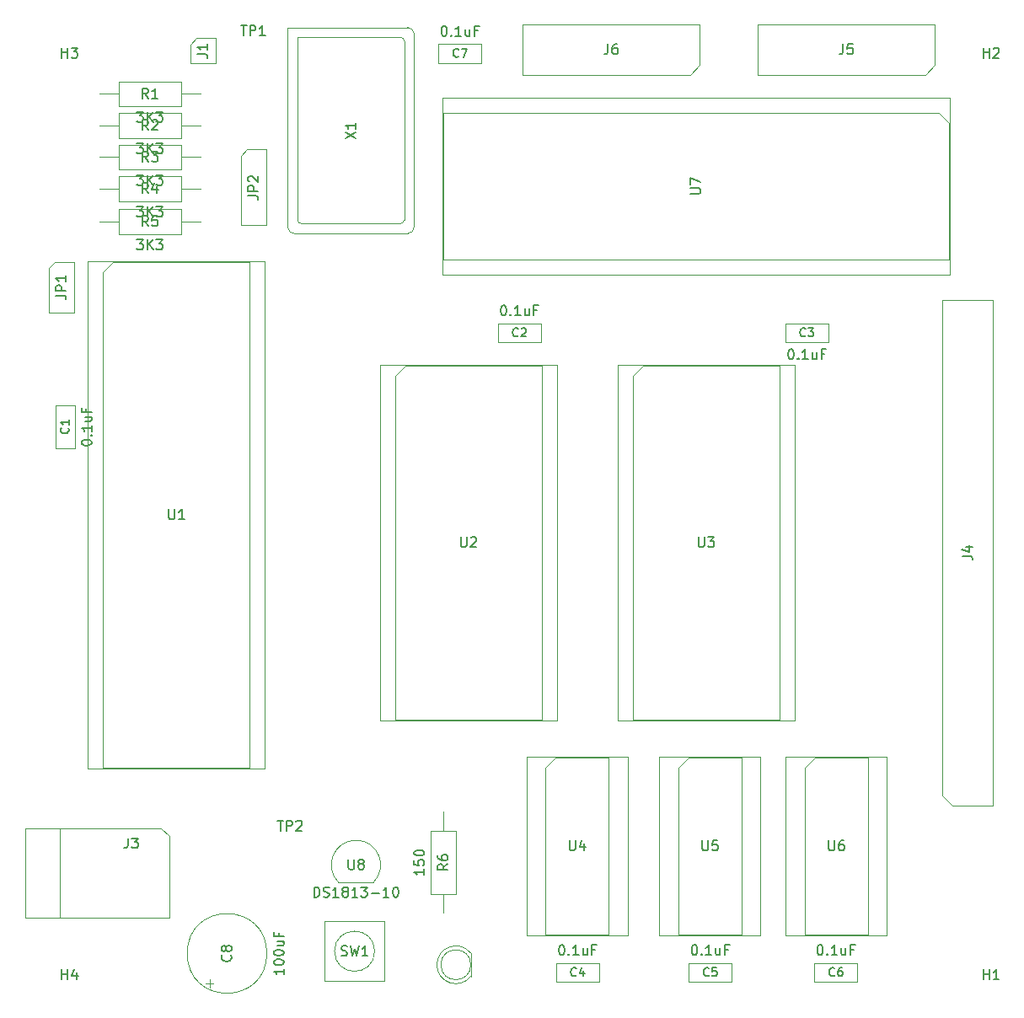
<source format=gbr>
G04 #@! TF.GenerationSoftware,KiCad,Pcbnew,(5.1.9-0-10_14)*
G04 #@! TF.CreationDate,2022-10-07T18:33:01-05:00*
G04 #@! TF.ProjectId,My6502,4d793635-3032-42e6-9b69-6361645f7063,rev?*
G04 #@! TF.SameCoordinates,Original*
G04 #@! TF.FileFunction,Other,Fab,Top*
%FSLAX46Y46*%
G04 Gerber Fmt 4.6, Leading zero omitted, Abs format (unit mm)*
G04 Created by KiCad (PCBNEW (5.1.9-0-10_14)) date 2022-10-07 18:33:01*
%MOMM*%
%LPD*%
G01*
G04 APERTURE LIST*
%ADD10C,0.100000*%
%ADD11C,0.150000*%
%ADD12C,0.129000*%
G04 APERTURE END LIST*
D10*
X65631064Y-143927000D02*
G75*
G03*
X65631064Y-143927000I-2015564J0D01*
G01*
X66615500Y-146927000D02*
X63615500Y-146927000D01*
X66615500Y-140927000D02*
X66615500Y-146927000D01*
X60615500Y-140927000D02*
X66615500Y-140927000D01*
X60615500Y-146927000D02*
X60615500Y-140927000D01*
X63615500Y-146927000D02*
X60615500Y-146927000D01*
X56896000Y-51118000D02*
X68946000Y-51118000D01*
X69596000Y-51768000D02*
X69596000Y-71168000D01*
X68946000Y-71818000D02*
X57546000Y-71818000D01*
X56896000Y-51118000D02*
X56896000Y-71168000D01*
X57896000Y-52118000D02*
X57896000Y-70468000D01*
X57896000Y-52118000D02*
X68246000Y-52118000D01*
X68596000Y-52468000D02*
X68596000Y-70468000D01*
X58246000Y-70818000D02*
X68246000Y-70818000D01*
X69596000Y-51768000D02*
G75*
G03*
X68946000Y-51118000I-650000J0D01*
G01*
X68946000Y-71818000D02*
G75*
G03*
X69596000Y-71168000I0J650000D01*
G01*
X56896000Y-71168000D02*
G75*
G03*
X57546000Y-71818000I650000J0D01*
G01*
X68596000Y-52468000D02*
G75*
G03*
X68246000Y-52118000I-350000J0D01*
G01*
X68246000Y-70818000D02*
G75*
G03*
X68596000Y-70468000I0J350000D01*
G01*
X57896000Y-70468000D02*
G75*
G03*
X58246000Y-70818000I350000J0D01*
G01*
X123377000Y-75946000D02*
X123377000Y-58166000D01*
X72457000Y-75946000D02*
X123377000Y-75946000D01*
X72457000Y-58166000D02*
X72457000Y-75946000D01*
X123377000Y-58166000D02*
X72457000Y-58166000D01*
X122317000Y-59691000D02*
X123317000Y-60691000D01*
X72517000Y-59691000D02*
X122317000Y-59691000D01*
X72517000Y-74421000D02*
X72517000Y-59691000D01*
X123317000Y-74421000D02*
X72517000Y-74421000D01*
X123317000Y-60691000D02*
X123317000Y-74421000D01*
X117094000Y-124400000D02*
X106934000Y-124400000D01*
X117094000Y-142300000D02*
X117094000Y-124400000D01*
X106934000Y-142300000D02*
X117094000Y-142300000D01*
X106934000Y-124400000D02*
X106934000Y-142300000D01*
X108839000Y-125460000D02*
X109839000Y-124460000D01*
X108839000Y-142240000D02*
X108839000Y-125460000D01*
X115189000Y-142240000D02*
X108839000Y-142240000D01*
X115189000Y-124460000D02*
X115189000Y-142240000D01*
X109839000Y-124460000D02*
X115189000Y-124460000D01*
X61984000Y-137005000D02*
X65484000Y-137005000D01*
X62000375Y-137008625D02*
G75*
G02*
X63754000Y-132775000I1753625J1753625D01*
G01*
X65507625Y-137008625D02*
G75*
G03*
X63754000Y-132775000I-1753625J1753625D01*
G01*
X104394000Y-124400000D02*
X94234000Y-124400000D01*
X104394000Y-142300000D02*
X104394000Y-124400000D01*
X94234000Y-142300000D02*
X104394000Y-142300000D01*
X94234000Y-124400000D02*
X94234000Y-142300000D01*
X96139000Y-125460000D02*
X97139000Y-124460000D01*
X96139000Y-142240000D02*
X96139000Y-125460000D01*
X102489000Y-142240000D02*
X96139000Y-142240000D01*
X102489000Y-124460000D02*
X102489000Y-142240000D01*
X97139000Y-124460000D02*
X102489000Y-124460000D01*
X91059000Y-124400000D02*
X80899000Y-124400000D01*
X91059000Y-142300000D02*
X91059000Y-124400000D01*
X80899000Y-142300000D02*
X91059000Y-142300000D01*
X80899000Y-124400000D02*
X80899000Y-142300000D01*
X82804000Y-125460000D02*
X83804000Y-124460000D01*
X82804000Y-142240000D02*
X82804000Y-125460000D01*
X89154000Y-142240000D02*
X82804000Y-142240000D01*
X89154000Y-124460000D02*
X89154000Y-142240000D01*
X83804000Y-124460000D02*
X89154000Y-124460000D01*
X107823000Y-85030000D02*
X90043000Y-85030000D01*
X107823000Y-120710000D02*
X107823000Y-85030000D01*
X90043000Y-120710000D02*
X107823000Y-120710000D01*
X90043000Y-85030000D02*
X90043000Y-120710000D01*
X91568000Y-86090000D02*
X92568000Y-85090000D01*
X91568000Y-120650000D02*
X91568000Y-86090000D01*
X106298000Y-120650000D02*
X91568000Y-120650000D01*
X106298000Y-85090000D02*
X106298000Y-120650000D01*
X92568000Y-85090000D02*
X106298000Y-85090000D01*
X54610000Y-74616000D02*
X36830000Y-74616000D01*
X54610000Y-125536000D02*
X54610000Y-74616000D01*
X36830000Y-125536000D02*
X54610000Y-125536000D01*
X36830000Y-74616000D02*
X36830000Y-125536000D01*
X38355000Y-75676000D02*
X39355000Y-74676000D01*
X38355000Y-125476000D02*
X38355000Y-75676000D01*
X53085000Y-125476000D02*
X38355000Y-125476000D01*
X53085000Y-74676000D02*
X53085000Y-125476000D01*
X39355000Y-74676000D02*
X53085000Y-74676000D01*
X83947000Y-85030000D02*
X66167000Y-85030000D01*
X83947000Y-120710000D02*
X83947000Y-85030000D01*
X66167000Y-120710000D02*
X83947000Y-120710000D01*
X66167000Y-85030000D02*
X66167000Y-120710000D01*
X67692000Y-86090000D02*
X68692000Y-85090000D01*
X67692000Y-120650000D02*
X67692000Y-86090000D01*
X82422000Y-120650000D02*
X67692000Y-120650000D01*
X82422000Y-85090000D02*
X82422000Y-120650000D01*
X68692000Y-85090000D02*
X82422000Y-85090000D01*
X72517000Y-140081000D02*
X72517000Y-138151000D01*
X72517000Y-129921000D02*
X72517000Y-131851000D01*
X73767000Y-138151000D02*
X73767000Y-131851000D01*
X71267000Y-138151000D02*
X73767000Y-138151000D01*
X71267000Y-131851000D02*
X71267000Y-138151000D01*
X73767000Y-131851000D02*
X71267000Y-131851000D01*
X48133000Y-70612000D02*
X46203000Y-70612000D01*
X37973000Y-70612000D02*
X39903000Y-70612000D01*
X46203000Y-69362000D02*
X39903000Y-69362000D01*
X46203000Y-71862000D02*
X46203000Y-69362000D01*
X39903000Y-71862000D02*
X46203000Y-71862000D01*
X39903000Y-69362000D02*
X39903000Y-71862000D01*
X48133000Y-67310000D02*
X46203000Y-67310000D01*
X37973000Y-67310000D02*
X39903000Y-67310000D01*
X46203000Y-66060000D02*
X39903000Y-66060000D01*
X46203000Y-68560000D02*
X46203000Y-66060000D01*
X39903000Y-68560000D02*
X46203000Y-68560000D01*
X39903000Y-66060000D02*
X39903000Y-68560000D01*
X48133000Y-64135000D02*
X46203000Y-64135000D01*
X37973000Y-64135000D02*
X39903000Y-64135000D01*
X46203000Y-62885000D02*
X39903000Y-62885000D01*
X46203000Y-65385000D02*
X46203000Y-62885000D01*
X39903000Y-65385000D02*
X46203000Y-65385000D01*
X39903000Y-62885000D02*
X39903000Y-65385000D01*
X48133000Y-60960000D02*
X46203000Y-60960000D01*
X37973000Y-60960000D02*
X39903000Y-60960000D01*
X46203000Y-59710000D02*
X39903000Y-59710000D01*
X46203000Y-62210000D02*
X46203000Y-59710000D01*
X39903000Y-62210000D02*
X46203000Y-62210000D01*
X39903000Y-59710000D02*
X39903000Y-62210000D01*
X48133000Y-57785000D02*
X46203000Y-57785000D01*
X37973000Y-57785000D02*
X39903000Y-57785000D01*
X46203000Y-56535000D02*
X39903000Y-56535000D01*
X46203000Y-59035000D02*
X46203000Y-56535000D01*
X39903000Y-59035000D02*
X46203000Y-59035000D01*
X39903000Y-56535000D02*
X39903000Y-59035000D01*
X32893000Y-75311000D02*
X33528000Y-74676000D01*
X32893000Y-79756000D02*
X32893000Y-75311000D01*
X35433000Y-79756000D02*
X32893000Y-79756000D01*
X35433000Y-74676000D02*
X35433000Y-79756000D01*
X33528000Y-74676000D02*
X35433000Y-74676000D01*
X80518000Y-50800000D02*
X98298000Y-50800000D01*
X80518000Y-55880000D02*
X80518000Y-50800000D01*
X97298000Y-55880000D02*
X80518000Y-55880000D01*
X98298000Y-54880000D02*
X97298000Y-55880000D01*
X98298000Y-50800000D02*
X98298000Y-54880000D01*
X104140000Y-50800000D02*
X121920000Y-50800000D01*
X104140000Y-55880000D02*
X104140000Y-50800000D01*
X120920000Y-55880000D02*
X104140000Y-55880000D01*
X121920000Y-54880000D02*
X120920000Y-55880000D01*
X121920000Y-50800000D02*
X121920000Y-54880000D01*
X127762000Y-78486000D02*
X127762000Y-129286000D01*
X122682000Y-78486000D02*
X127762000Y-78486000D01*
X122682000Y-128286000D02*
X122682000Y-78486000D01*
X123682000Y-129286000D02*
X122682000Y-128286000D01*
X127762000Y-129286000D02*
X123682000Y-129286000D01*
X44195000Y-131565000D02*
X30495000Y-131565000D01*
X44995000Y-140565000D02*
X44995000Y-132315000D01*
X30495000Y-140565000D02*
X44995000Y-140565000D01*
X30495000Y-131565000D02*
X30495000Y-140565000D01*
X33995000Y-131565000D02*
X33995000Y-140565000D01*
X44191787Y-131559575D02*
X44995000Y-132315000D01*
X52197000Y-64008000D02*
X52832000Y-63373000D01*
X52197000Y-70993000D02*
X52197000Y-64008000D01*
X54737000Y-70993000D02*
X52197000Y-70993000D01*
X54737000Y-63373000D02*
X54737000Y-70993000D01*
X52832000Y-63373000D02*
X54737000Y-63373000D01*
X47117000Y-52832000D02*
X47752000Y-52197000D01*
X47117000Y-54737000D02*
X47117000Y-52832000D01*
X49657000Y-54737000D02*
X47117000Y-54737000D01*
X49657000Y-52197000D02*
X49657000Y-54737000D01*
X47752000Y-52197000D02*
X49657000Y-52197000D01*
X75287000Y-146454190D02*
X75287000Y-144121810D01*
X75287000Y-145288000D02*
G75*
G03*
X75287000Y-145288000I-1500000J0D01*
G01*
X75287555Y-144122524D02*
G75*
G03*
X75287000Y-146454190I-1500555J-1165476D01*
G01*
X72058000Y-54671000D02*
X76358000Y-54671000D01*
X72058000Y-52771000D02*
X72058000Y-54671000D01*
X76358000Y-52771000D02*
X72058000Y-52771000D01*
X76358000Y-54671000D02*
X76358000Y-52771000D01*
X109824000Y-147000000D02*
X114124000Y-147000000D01*
X109824000Y-145100000D02*
X109824000Y-147000000D01*
X114124000Y-145100000D02*
X109824000Y-145100000D01*
X114124000Y-147000000D02*
X114124000Y-145100000D01*
X78027000Y-82738000D02*
X82327000Y-82738000D01*
X78027000Y-80838000D02*
X78027000Y-82738000D01*
X82327000Y-80838000D02*
X78027000Y-80838000D01*
X82327000Y-82738000D02*
X82327000Y-80838000D01*
X97204000Y-147000000D02*
X101504000Y-147000000D01*
X97204000Y-145100000D02*
X97204000Y-147000000D01*
X101504000Y-145100000D02*
X97204000Y-145100000D01*
X101504000Y-147000000D02*
X101504000Y-145100000D01*
X83869000Y-147000000D02*
X88169000Y-147000000D01*
X83869000Y-145100000D02*
X83869000Y-147000000D01*
X88169000Y-145100000D02*
X83869000Y-145100000D01*
X88169000Y-147000000D02*
X88169000Y-145100000D01*
X111203000Y-80838000D02*
X106903000Y-80838000D01*
X111203000Y-82738000D02*
X111203000Y-80838000D01*
X106903000Y-82738000D02*
X111203000Y-82738000D01*
X106903000Y-80838000D02*
X106903000Y-82738000D01*
X33594000Y-89076000D02*
X33594000Y-93376000D01*
X35494000Y-89076000D02*
X33594000Y-89076000D01*
X35494000Y-93376000D02*
X35494000Y-89076000D01*
X33594000Y-93376000D02*
X35494000Y-93376000D01*
X48652500Y-147176759D02*
X49452500Y-147176759D01*
X49052500Y-147576759D02*
X49052500Y-146776759D01*
X54800000Y-144150000D02*
G75*
G03*
X54800000Y-144150000I-4000000J0D01*
G01*
D11*
X62282166Y-144331761D02*
X62425023Y-144379380D01*
X62663119Y-144379380D01*
X62758357Y-144331761D01*
X62805976Y-144284142D01*
X62853595Y-144188904D01*
X62853595Y-144093666D01*
X62805976Y-143998428D01*
X62758357Y-143950809D01*
X62663119Y-143903190D01*
X62472642Y-143855571D01*
X62377404Y-143807952D01*
X62329785Y-143760333D01*
X62282166Y-143665095D01*
X62282166Y-143569857D01*
X62329785Y-143474619D01*
X62377404Y-143427000D01*
X62472642Y-143379380D01*
X62710738Y-143379380D01*
X62853595Y-143427000D01*
X63186928Y-143379380D02*
X63425023Y-144379380D01*
X63615500Y-143665095D01*
X63805976Y-144379380D01*
X64044071Y-143379380D01*
X64948833Y-144379380D02*
X64377404Y-144379380D01*
X64663119Y-144379380D02*
X64663119Y-143379380D01*
X64567880Y-143522238D01*
X64472642Y-143617476D01*
X64377404Y-143665095D01*
X62698380Y-62277523D02*
X63698380Y-61610857D01*
X62698380Y-61610857D02*
X63698380Y-62277523D01*
X63698380Y-60706095D02*
X63698380Y-61277523D01*
X63698380Y-60991809D02*
X62698380Y-60991809D01*
X62841238Y-61087047D01*
X62936476Y-61182285D01*
X62984095Y-61277523D01*
X97369380Y-67817904D02*
X98178904Y-67817904D01*
X98274142Y-67770285D01*
X98321761Y-67722666D01*
X98369380Y-67627428D01*
X98369380Y-67436952D01*
X98321761Y-67341714D01*
X98274142Y-67294095D01*
X98178904Y-67246476D01*
X97369380Y-67246476D01*
X97369380Y-66865523D02*
X97369380Y-66198857D01*
X98369380Y-66627428D01*
X111252095Y-132802380D02*
X111252095Y-133611904D01*
X111299714Y-133707142D01*
X111347333Y-133754761D01*
X111442571Y-133802380D01*
X111633047Y-133802380D01*
X111728285Y-133754761D01*
X111775904Y-133707142D01*
X111823523Y-133611904D01*
X111823523Y-132802380D01*
X112728285Y-132802380D02*
X112537809Y-132802380D01*
X112442571Y-132850000D01*
X112394952Y-132897619D01*
X112299714Y-133040476D01*
X112252095Y-133230952D01*
X112252095Y-133611904D01*
X112299714Y-133707142D01*
X112347333Y-133754761D01*
X112442571Y-133802380D01*
X112633047Y-133802380D01*
X112728285Y-133754761D01*
X112775904Y-133707142D01*
X112823523Y-133611904D01*
X112823523Y-133373809D01*
X112775904Y-133278571D01*
X112728285Y-133230952D01*
X112633047Y-133183333D01*
X112442571Y-133183333D01*
X112347333Y-133230952D01*
X112299714Y-133278571D01*
X112252095Y-133373809D01*
X59539714Y-138497380D02*
X59539714Y-137497380D01*
X59777809Y-137497380D01*
X59920666Y-137545000D01*
X60015904Y-137640238D01*
X60063523Y-137735476D01*
X60111142Y-137925952D01*
X60111142Y-138068809D01*
X60063523Y-138259285D01*
X60015904Y-138354523D01*
X59920666Y-138449761D01*
X59777809Y-138497380D01*
X59539714Y-138497380D01*
X60492095Y-138449761D02*
X60634952Y-138497380D01*
X60873047Y-138497380D01*
X60968285Y-138449761D01*
X61015904Y-138402142D01*
X61063523Y-138306904D01*
X61063523Y-138211666D01*
X61015904Y-138116428D01*
X60968285Y-138068809D01*
X60873047Y-138021190D01*
X60682571Y-137973571D01*
X60587333Y-137925952D01*
X60539714Y-137878333D01*
X60492095Y-137783095D01*
X60492095Y-137687857D01*
X60539714Y-137592619D01*
X60587333Y-137545000D01*
X60682571Y-137497380D01*
X60920666Y-137497380D01*
X61063523Y-137545000D01*
X62015904Y-138497380D02*
X61444476Y-138497380D01*
X61730190Y-138497380D02*
X61730190Y-137497380D01*
X61634952Y-137640238D01*
X61539714Y-137735476D01*
X61444476Y-137783095D01*
X62587333Y-137925952D02*
X62492095Y-137878333D01*
X62444476Y-137830714D01*
X62396857Y-137735476D01*
X62396857Y-137687857D01*
X62444476Y-137592619D01*
X62492095Y-137545000D01*
X62587333Y-137497380D01*
X62777809Y-137497380D01*
X62873047Y-137545000D01*
X62920666Y-137592619D01*
X62968285Y-137687857D01*
X62968285Y-137735476D01*
X62920666Y-137830714D01*
X62873047Y-137878333D01*
X62777809Y-137925952D01*
X62587333Y-137925952D01*
X62492095Y-137973571D01*
X62444476Y-138021190D01*
X62396857Y-138116428D01*
X62396857Y-138306904D01*
X62444476Y-138402142D01*
X62492095Y-138449761D01*
X62587333Y-138497380D01*
X62777809Y-138497380D01*
X62873047Y-138449761D01*
X62920666Y-138402142D01*
X62968285Y-138306904D01*
X62968285Y-138116428D01*
X62920666Y-138021190D01*
X62873047Y-137973571D01*
X62777809Y-137925952D01*
X63920666Y-138497380D02*
X63349238Y-138497380D01*
X63634952Y-138497380D02*
X63634952Y-137497380D01*
X63539714Y-137640238D01*
X63444476Y-137735476D01*
X63349238Y-137783095D01*
X64254000Y-137497380D02*
X64873047Y-137497380D01*
X64539714Y-137878333D01*
X64682571Y-137878333D01*
X64777809Y-137925952D01*
X64825428Y-137973571D01*
X64873047Y-138068809D01*
X64873047Y-138306904D01*
X64825428Y-138402142D01*
X64777809Y-138449761D01*
X64682571Y-138497380D01*
X64396857Y-138497380D01*
X64301619Y-138449761D01*
X64254000Y-138402142D01*
X65301619Y-138116428D02*
X66063523Y-138116428D01*
X67063523Y-138497380D02*
X66492095Y-138497380D01*
X66777809Y-138497380D02*
X66777809Y-137497380D01*
X66682571Y-137640238D01*
X66587333Y-137735476D01*
X66492095Y-137783095D01*
X67682571Y-137497380D02*
X67777809Y-137497380D01*
X67873047Y-137545000D01*
X67920666Y-137592619D01*
X67968285Y-137687857D01*
X68015904Y-137878333D01*
X68015904Y-138116428D01*
X67968285Y-138306904D01*
X67920666Y-138402142D01*
X67873047Y-138449761D01*
X67777809Y-138497380D01*
X67682571Y-138497380D01*
X67587333Y-138449761D01*
X67539714Y-138402142D01*
X67492095Y-138306904D01*
X67444476Y-138116428D01*
X67444476Y-137878333D01*
X67492095Y-137687857D01*
X67539714Y-137592619D01*
X67587333Y-137545000D01*
X67682571Y-137497380D01*
X62992095Y-134707380D02*
X62992095Y-135516904D01*
X63039714Y-135612142D01*
X63087333Y-135659761D01*
X63182571Y-135707380D01*
X63373047Y-135707380D01*
X63468285Y-135659761D01*
X63515904Y-135612142D01*
X63563523Y-135516904D01*
X63563523Y-134707380D01*
X64182571Y-135135952D02*
X64087333Y-135088333D01*
X64039714Y-135040714D01*
X63992095Y-134945476D01*
X63992095Y-134897857D01*
X64039714Y-134802619D01*
X64087333Y-134755000D01*
X64182571Y-134707380D01*
X64373047Y-134707380D01*
X64468285Y-134755000D01*
X64515904Y-134802619D01*
X64563523Y-134897857D01*
X64563523Y-134945476D01*
X64515904Y-135040714D01*
X64468285Y-135088333D01*
X64373047Y-135135952D01*
X64182571Y-135135952D01*
X64087333Y-135183571D01*
X64039714Y-135231190D01*
X63992095Y-135326428D01*
X63992095Y-135516904D01*
X64039714Y-135612142D01*
X64087333Y-135659761D01*
X64182571Y-135707380D01*
X64373047Y-135707380D01*
X64468285Y-135659761D01*
X64515904Y-135612142D01*
X64563523Y-135516904D01*
X64563523Y-135326428D01*
X64515904Y-135231190D01*
X64468285Y-135183571D01*
X64373047Y-135135952D01*
X98552095Y-132802380D02*
X98552095Y-133611904D01*
X98599714Y-133707142D01*
X98647333Y-133754761D01*
X98742571Y-133802380D01*
X98933047Y-133802380D01*
X99028285Y-133754761D01*
X99075904Y-133707142D01*
X99123523Y-133611904D01*
X99123523Y-132802380D01*
X100075904Y-132802380D02*
X99599714Y-132802380D01*
X99552095Y-133278571D01*
X99599714Y-133230952D01*
X99694952Y-133183333D01*
X99933047Y-133183333D01*
X100028285Y-133230952D01*
X100075904Y-133278571D01*
X100123523Y-133373809D01*
X100123523Y-133611904D01*
X100075904Y-133707142D01*
X100028285Y-133754761D01*
X99933047Y-133802380D01*
X99694952Y-133802380D01*
X99599714Y-133754761D01*
X99552095Y-133707142D01*
X85217095Y-132802380D02*
X85217095Y-133611904D01*
X85264714Y-133707142D01*
X85312333Y-133754761D01*
X85407571Y-133802380D01*
X85598047Y-133802380D01*
X85693285Y-133754761D01*
X85740904Y-133707142D01*
X85788523Y-133611904D01*
X85788523Y-132802380D01*
X86693285Y-133135714D02*
X86693285Y-133802380D01*
X86455190Y-132754761D02*
X86217095Y-133469047D01*
X86836142Y-133469047D01*
X98171095Y-102322380D02*
X98171095Y-103131904D01*
X98218714Y-103227142D01*
X98266333Y-103274761D01*
X98361571Y-103322380D01*
X98552047Y-103322380D01*
X98647285Y-103274761D01*
X98694904Y-103227142D01*
X98742523Y-103131904D01*
X98742523Y-102322380D01*
X99123476Y-102322380D02*
X99742523Y-102322380D01*
X99409190Y-102703333D01*
X99552047Y-102703333D01*
X99647285Y-102750952D01*
X99694904Y-102798571D01*
X99742523Y-102893809D01*
X99742523Y-103131904D01*
X99694904Y-103227142D01*
X99647285Y-103274761D01*
X99552047Y-103322380D01*
X99266333Y-103322380D01*
X99171095Y-103274761D01*
X99123476Y-103227142D01*
X44958095Y-99528380D02*
X44958095Y-100337904D01*
X45005714Y-100433142D01*
X45053333Y-100480761D01*
X45148571Y-100528380D01*
X45339047Y-100528380D01*
X45434285Y-100480761D01*
X45481904Y-100433142D01*
X45529523Y-100337904D01*
X45529523Y-99528380D01*
X46529523Y-100528380D02*
X45958095Y-100528380D01*
X46243809Y-100528380D02*
X46243809Y-99528380D01*
X46148571Y-99671238D01*
X46053333Y-99766476D01*
X45958095Y-99814095D01*
X74295095Y-102322380D02*
X74295095Y-103131904D01*
X74342714Y-103227142D01*
X74390333Y-103274761D01*
X74485571Y-103322380D01*
X74676047Y-103322380D01*
X74771285Y-103274761D01*
X74818904Y-103227142D01*
X74866523Y-103131904D01*
X74866523Y-102322380D01*
X75295095Y-102417619D02*
X75342714Y-102370000D01*
X75437952Y-102322380D01*
X75676047Y-102322380D01*
X75771285Y-102370000D01*
X75818904Y-102417619D01*
X75866523Y-102512857D01*
X75866523Y-102608095D01*
X75818904Y-102750952D01*
X75247476Y-103322380D01*
X75866523Y-103322380D01*
X55888095Y-130802380D02*
X56459523Y-130802380D01*
X56173809Y-131802380D02*
X56173809Y-130802380D01*
X56792857Y-131802380D02*
X56792857Y-130802380D01*
X57173809Y-130802380D01*
X57269047Y-130850000D01*
X57316666Y-130897619D01*
X57364285Y-130992857D01*
X57364285Y-131135714D01*
X57316666Y-131230952D01*
X57269047Y-131278571D01*
X57173809Y-131326190D01*
X56792857Y-131326190D01*
X57745238Y-130897619D02*
X57792857Y-130850000D01*
X57888095Y-130802380D01*
X58126190Y-130802380D01*
X58221428Y-130850000D01*
X58269047Y-130897619D01*
X58316666Y-130992857D01*
X58316666Y-131088095D01*
X58269047Y-131230952D01*
X57697619Y-131802380D01*
X58316666Y-131802380D01*
X52205095Y-50919380D02*
X52776523Y-50919380D01*
X52490809Y-51919380D02*
X52490809Y-50919380D01*
X53109857Y-51919380D02*
X53109857Y-50919380D01*
X53490809Y-50919380D01*
X53586047Y-50967000D01*
X53633666Y-51014619D01*
X53681285Y-51109857D01*
X53681285Y-51252714D01*
X53633666Y-51347952D01*
X53586047Y-51395571D01*
X53490809Y-51443190D01*
X53109857Y-51443190D01*
X54633666Y-51919380D02*
X54062238Y-51919380D01*
X54347952Y-51919380D02*
X54347952Y-50919380D01*
X54252714Y-51062238D01*
X54157476Y-51157476D01*
X54062238Y-51205095D01*
X70599380Y-135667666D02*
X70599380Y-136239095D01*
X70599380Y-135953380D02*
X69599380Y-135953380D01*
X69742238Y-136048619D01*
X69837476Y-136143857D01*
X69885095Y-136239095D01*
X69599380Y-134762904D02*
X69599380Y-135239095D01*
X70075571Y-135286714D01*
X70027952Y-135239095D01*
X69980333Y-135143857D01*
X69980333Y-134905761D01*
X70027952Y-134810523D01*
X70075571Y-134762904D01*
X70170809Y-134715285D01*
X70408904Y-134715285D01*
X70504142Y-134762904D01*
X70551761Y-134810523D01*
X70599380Y-134905761D01*
X70599380Y-135143857D01*
X70551761Y-135239095D01*
X70504142Y-135286714D01*
X69599380Y-134096238D02*
X69599380Y-134001000D01*
X69647000Y-133905761D01*
X69694619Y-133858142D01*
X69789857Y-133810523D01*
X69980333Y-133762904D01*
X70218428Y-133762904D01*
X70408904Y-133810523D01*
X70504142Y-133858142D01*
X70551761Y-133905761D01*
X70599380Y-134001000D01*
X70599380Y-134096238D01*
X70551761Y-134191476D01*
X70504142Y-134239095D01*
X70408904Y-134286714D01*
X70218428Y-134334333D01*
X69980333Y-134334333D01*
X69789857Y-134286714D01*
X69694619Y-134239095D01*
X69647000Y-134191476D01*
X69599380Y-134096238D01*
X72969380Y-135167666D02*
X72493190Y-135501000D01*
X72969380Y-135739095D02*
X71969380Y-135739095D01*
X71969380Y-135358142D01*
X72017000Y-135262904D01*
X72064619Y-135215285D01*
X72159857Y-135167666D01*
X72302714Y-135167666D01*
X72397952Y-135215285D01*
X72445571Y-135262904D01*
X72493190Y-135358142D01*
X72493190Y-135739095D01*
X71969380Y-134310523D02*
X71969380Y-134501000D01*
X72017000Y-134596238D01*
X72064619Y-134643857D01*
X72207476Y-134739095D01*
X72397952Y-134786714D01*
X72778904Y-134786714D01*
X72874142Y-134739095D01*
X72921761Y-134691476D01*
X72969380Y-134596238D01*
X72969380Y-134405761D01*
X72921761Y-134310523D01*
X72874142Y-134262904D01*
X72778904Y-134215285D01*
X72540809Y-134215285D01*
X72445571Y-134262904D01*
X72397952Y-134310523D01*
X72350333Y-134405761D01*
X72350333Y-134596238D01*
X72397952Y-134691476D01*
X72445571Y-134739095D01*
X72540809Y-134786714D01*
X41743476Y-72434380D02*
X42362523Y-72434380D01*
X42029190Y-72815333D01*
X42172047Y-72815333D01*
X42267285Y-72862952D01*
X42314904Y-72910571D01*
X42362523Y-73005809D01*
X42362523Y-73243904D01*
X42314904Y-73339142D01*
X42267285Y-73386761D01*
X42172047Y-73434380D01*
X41886333Y-73434380D01*
X41791095Y-73386761D01*
X41743476Y-73339142D01*
X42791095Y-73434380D02*
X42791095Y-72434380D01*
X43362523Y-73434380D02*
X42933952Y-72862952D01*
X43362523Y-72434380D02*
X42791095Y-73005809D01*
X43695857Y-72434380D02*
X44314904Y-72434380D01*
X43981571Y-72815333D01*
X44124428Y-72815333D01*
X44219666Y-72862952D01*
X44267285Y-72910571D01*
X44314904Y-73005809D01*
X44314904Y-73243904D01*
X44267285Y-73339142D01*
X44219666Y-73386761D01*
X44124428Y-73434380D01*
X43838714Y-73434380D01*
X43743476Y-73386761D01*
X43695857Y-73339142D01*
X42886333Y-71064380D02*
X42553000Y-70588190D01*
X42314904Y-71064380D02*
X42314904Y-70064380D01*
X42695857Y-70064380D01*
X42791095Y-70112000D01*
X42838714Y-70159619D01*
X42886333Y-70254857D01*
X42886333Y-70397714D01*
X42838714Y-70492952D01*
X42791095Y-70540571D01*
X42695857Y-70588190D01*
X42314904Y-70588190D01*
X43791095Y-70064380D02*
X43314904Y-70064380D01*
X43267285Y-70540571D01*
X43314904Y-70492952D01*
X43410142Y-70445333D01*
X43648238Y-70445333D01*
X43743476Y-70492952D01*
X43791095Y-70540571D01*
X43838714Y-70635809D01*
X43838714Y-70873904D01*
X43791095Y-70969142D01*
X43743476Y-71016761D01*
X43648238Y-71064380D01*
X43410142Y-71064380D01*
X43314904Y-71016761D01*
X43267285Y-70969142D01*
X41743476Y-69132380D02*
X42362523Y-69132380D01*
X42029190Y-69513333D01*
X42172047Y-69513333D01*
X42267285Y-69560952D01*
X42314904Y-69608571D01*
X42362523Y-69703809D01*
X42362523Y-69941904D01*
X42314904Y-70037142D01*
X42267285Y-70084761D01*
X42172047Y-70132380D01*
X41886333Y-70132380D01*
X41791095Y-70084761D01*
X41743476Y-70037142D01*
X42791095Y-70132380D02*
X42791095Y-69132380D01*
X43362523Y-70132380D02*
X42933952Y-69560952D01*
X43362523Y-69132380D02*
X42791095Y-69703809D01*
X43695857Y-69132380D02*
X44314904Y-69132380D01*
X43981571Y-69513333D01*
X44124428Y-69513333D01*
X44219666Y-69560952D01*
X44267285Y-69608571D01*
X44314904Y-69703809D01*
X44314904Y-69941904D01*
X44267285Y-70037142D01*
X44219666Y-70084761D01*
X44124428Y-70132380D01*
X43838714Y-70132380D01*
X43743476Y-70084761D01*
X43695857Y-70037142D01*
X42886333Y-67762380D02*
X42553000Y-67286190D01*
X42314904Y-67762380D02*
X42314904Y-66762380D01*
X42695857Y-66762380D01*
X42791095Y-66810000D01*
X42838714Y-66857619D01*
X42886333Y-66952857D01*
X42886333Y-67095714D01*
X42838714Y-67190952D01*
X42791095Y-67238571D01*
X42695857Y-67286190D01*
X42314904Y-67286190D01*
X43743476Y-67095714D02*
X43743476Y-67762380D01*
X43505380Y-66714761D02*
X43267285Y-67429047D01*
X43886333Y-67429047D01*
X41743476Y-65957380D02*
X42362523Y-65957380D01*
X42029190Y-66338333D01*
X42172047Y-66338333D01*
X42267285Y-66385952D01*
X42314904Y-66433571D01*
X42362523Y-66528809D01*
X42362523Y-66766904D01*
X42314904Y-66862142D01*
X42267285Y-66909761D01*
X42172047Y-66957380D01*
X41886333Y-66957380D01*
X41791095Y-66909761D01*
X41743476Y-66862142D01*
X42791095Y-66957380D02*
X42791095Y-65957380D01*
X43362523Y-66957380D02*
X42933952Y-66385952D01*
X43362523Y-65957380D02*
X42791095Y-66528809D01*
X43695857Y-65957380D02*
X44314904Y-65957380D01*
X43981571Y-66338333D01*
X44124428Y-66338333D01*
X44219666Y-66385952D01*
X44267285Y-66433571D01*
X44314904Y-66528809D01*
X44314904Y-66766904D01*
X44267285Y-66862142D01*
X44219666Y-66909761D01*
X44124428Y-66957380D01*
X43838714Y-66957380D01*
X43743476Y-66909761D01*
X43695857Y-66862142D01*
X42886333Y-64587380D02*
X42553000Y-64111190D01*
X42314904Y-64587380D02*
X42314904Y-63587380D01*
X42695857Y-63587380D01*
X42791095Y-63635000D01*
X42838714Y-63682619D01*
X42886333Y-63777857D01*
X42886333Y-63920714D01*
X42838714Y-64015952D01*
X42791095Y-64063571D01*
X42695857Y-64111190D01*
X42314904Y-64111190D01*
X43219666Y-63587380D02*
X43838714Y-63587380D01*
X43505380Y-63968333D01*
X43648238Y-63968333D01*
X43743476Y-64015952D01*
X43791095Y-64063571D01*
X43838714Y-64158809D01*
X43838714Y-64396904D01*
X43791095Y-64492142D01*
X43743476Y-64539761D01*
X43648238Y-64587380D01*
X43362523Y-64587380D01*
X43267285Y-64539761D01*
X43219666Y-64492142D01*
X41743476Y-62782380D02*
X42362523Y-62782380D01*
X42029190Y-63163333D01*
X42172047Y-63163333D01*
X42267285Y-63210952D01*
X42314904Y-63258571D01*
X42362523Y-63353809D01*
X42362523Y-63591904D01*
X42314904Y-63687142D01*
X42267285Y-63734761D01*
X42172047Y-63782380D01*
X41886333Y-63782380D01*
X41791095Y-63734761D01*
X41743476Y-63687142D01*
X42791095Y-63782380D02*
X42791095Y-62782380D01*
X43362523Y-63782380D02*
X42933952Y-63210952D01*
X43362523Y-62782380D02*
X42791095Y-63353809D01*
X43695857Y-62782380D02*
X44314904Y-62782380D01*
X43981571Y-63163333D01*
X44124428Y-63163333D01*
X44219666Y-63210952D01*
X44267285Y-63258571D01*
X44314904Y-63353809D01*
X44314904Y-63591904D01*
X44267285Y-63687142D01*
X44219666Y-63734761D01*
X44124428Y-63782380D01*
X43838714Y-63782380D01*
X43743476Y-63734761D01*
X43695857Y-63687142D01*
X42886333Y-61412380D02*
X42553000Y-60936190D01*
X42314904Y-61412380D02*
X42314904Y-60412380D01*
X42695857Y-60412380D01*
X42791095Y-60460000D01*
X42838714Y-60507619D01*
X42886333Y-60602857D01*
X42886333Y-60745714D01*
X42838714Y-60840952D01*
X42791095Y-60888571D01*
X42695857Y-60936190D01*
X42314904Y-60936190D01*
X43267285Y-60507619D02*
X43314904Y-60460000D01*
X43410142Y-60412380D01*
X43648238Y-60412380D01*
X43743476Y-60460000D01*
X43791095Y-60507619D01*
X43838714Y-60602857D01*
X43838714Y-60698095D01*
X43791095Y-60840952D01*
X43219666Y-61412380D01*
X43838714Y-61412380D01*
X41743476Y-59607380D02*
X42362523Y-59607380D01*
X42029190Y-59988333D01*
X42172047Y-59988333D01*
X42267285Y-60035952D01*
X42314904Y-60083571D01*
X42362523Y-60178809D01*
X42362523Y-60416904D01*
X42314904Y-60512142D01*
X42267285Y-60559761D01*
X42172047Y-60607380D01*
X41886333Y-60607380D01*
X41791095Y-60559761D01*
X41743476Y-60512142D01*
X42791095Y-60607380D02*
X42791095Y-59607380D01*
X43362523Y-60607380D02*
X42933952Y-60035952D01*
X43362523Y-59607380D02*
X42791095Y-60178809D01*
X43695857Y-59607380D02*
X44314904Y-59607380D01*
X43981571Y-59988333D01*
X44124428Y-59988333D01*
X44219666Y-60035952D01*
X44267285Y-60083571D01*
X44314904Y-60178809D01*
X44314904Y-60416904D01*
X44267285Y-60512142D01*
X44219666Y-60559761D01*
X44124428Y-60607380D01*
X43838714Y-60607380D01*
X43743476Y-60559761D01*
X43695857Y-60512142D01*
X42886333Y-58237380D02*
X42553000Y-57761190D01*
X42314904Y-58237380D02*
X42314904Y-57237380D01*
X42695857Y-57237380D01*
X42791095Y-57285000D01*
X42838714Y-57332619D01*
X42886333Y-57427857D01*
X42886333Y-57570714D01*
X42838714Y-57665952D01*
X42791095Y-57713571D01*
X42695857Y-57761190D01*
X42314904Y-57761190D01*
X43838714Y-58237380D02*
X43267285Y-58237380D01*
X43553000Y-58237380D02*
X43553000Y-57237380D01*
X43457761Y-57380238D01*
X43362523Y-57475476D01*
X43267285Y-57523095D01*
X33615380Y-78049333D02*
X34329666Y-78049333D01*
X34472523Y-78096952D01*
X34567761Y-78192190D01*
X34615380Y-78335047D01*
X34615380Y-78430285D01*
X34615380Y-77573142D02*
X33615380Y-77573142D01*
X33615380Y-77192190D01*
X33663000Y-77096952D01*
X33710619Y-77049333D01*
X33805857Y-77001714D01*
X33948714Y-77001714D01*
X34043952Y-77049333D01*
X34091571Y-77096952D01*
X34139190Y-77192190D01*
X34139190Y-77573142D01*
X34615380Y-76049333D02*
X34615380Y-76620761D01*
X34615380Y-76335047D02*
X33615380Y-76335047D01*
X33758238Y-76430285D01*
X33853476Y-76525523D01*
X33901095Y-76620761D01*
X89074666Y-52792380D02*
X89074666Y-53506666D01*
X89027047Y-53649523D01*
X88931809Y-53744761D01*
X88788952Y-53792380D01*
X88693714Y-53792380D01*
X89979428Y-52792380D02*
X89788952Y-52792380D01*
X89693714Y-52840000D01*
X89646095Y-52887619D01*
X89550857Y-53030476D01*
X89503238Y-53220952D01*
X89503238Y-53601904D01*
X89550857Y-53697142D01*
X89598476Y-53744761D01*
X89693714Y-53792380D01*
X89884190Y-53792380D01*
X89979428Y-53744761D01*
X90027047Y-53697142D01*
X90074666Y-53601904D01*
X90074666Y-53363809D01*
X90027047Y-53268571D01*
X89979428Y-53220952D01*
X89884190Y-53173333D01*
X89693714Y-53173333D01*
X89598476Y-53220952D01*
X89550857Y-53268571D01*
X89503238Y-53363809D01*
X112696666Y-52792380D02*
X112696666Y-53506666D01*
X112649047Y-53649523D01*
X112553809Y-53744761D01*
X112410952Y-53792380D01*
X112315714Y-53792380D01*
X113649047Y-52792380D02*
X113172857Y-52792380D01*
X113125238Y-53268571D01*
X113172857Y-53220952D01*
X113268095Y-53173333D01*
X113506190Y-53173333D01*
X113601428Y-53220952D01*
X113649047Y-53268571D01*
X113696666Y-53363809D01*
X113696666Y-53601904D01*
X113649047Y-53697142D01*
X113601428Y-53744761D01*
X113506190Y-53792380D01*
X113268095Y-53792380D01*
X113172857Y-53744761D01*
X113125238Y-53697142D01*
X124674380Y-104219333D02*
X125388666Y-104219333D01*
X125531523Y-104266952D01*
X125626761Y-104362190D01*
X125674380Y-104505047D01*
X125674380Y-104600285D01*
X125007714Y-103314571D02*
X125674380Y-103314571D01*
X124626761Y-103552666D02*
X125341047Y-103790761D01*
X125341047Y-103171714D01*
X40861666Y-132567380D02*
X40861666Y-133281666D01*
X40814047Y-133424523D01*
X40718809Y-133519761D01*
X40575952Y-133567380D01*
X40480714Y-133567380D01*
X41242619Y-132567380D02*
X41861666Y-132567380D01*
X41528333Y-132948333D01*
X41671190Y-132948333D01*
X41766428Y-132995952D01*
X41814047Y-133043571D01*
X41861666Y-133138809D01*
X41861666Y-133376904D01*
X41814047Y-133472142D01*
X41766428Y-133519761D01*
X41671190Y-133567380D01*
X41385476Y-133567380D01*
X41290238Y-133519761D01*
X41242619Y-133472142D01*
X52919380Y-68016333D02*
X53633666Y-68016333D01*
X53776523Y-68063952D01*
X53871761Y-68159190D01*
X53919380Y-68302047D01*
X53919380Y-68397285D01*
X53919380Y-67540142D02*
X52919380Y-67540142D01*
X52919380Y-67159190D01*
X52967000Y-67063952D01*
X53014619Y-67016333D01*
X53109857Y-66968714D01*
X53252714Y-66968714D01*
X53347952Y-67016333D01*
X53395571Y-67063952D01*
X53443190Y-67159190D01*
X53443190Y-67540142D01*
X53014619Y-66587761D02*
X52967000Y-66540142D01*
X52919380Y-66444904D01*
X52919380Y-66206809D01*
X52967000Y-66111571D01*
X53014619Y-66063952D01*
X53109857Y-66016333D01*
X53205095Y-66016333D01*
X53347952Y-66063952D01*
X53919380Y-66635380D01*
X53919380Y-66016333D01*
X47839380Y-53800333D02*
X48553666Y-53800333D01*
X48696523Y-53847952D01*
X48791761Y-53943190D01*
X48839380Y-54086047D01*
X48839380Y-54181285D01*
X48839380Y-52800333D02*
X48839380Y-53371761D01*
X48839380Y-53086047D02*
X47839380Y-53086047D01*
X47982238Y-53181285D01*
X48077476Y-53276523D01*
X48125095Y-53371761D01*
X34209095Y-146756380D02*
X34209095Y-145756380D01*
X34209095Y-146232571D02*
X34780523Y-146232571D01*
X34780523Y-146756380D02*
X34780523Y-145756380D01*
X35685285Y-146089714D02*
X35685285Y-146756380D01*
X35447190Y-145708761D02*
X35209095Y-146423047D01*
X35828142Y-146423047D01*
X34209095Y-54173380D02*
X34209095Y-53173380D01*
X34209095Y-53649571D02*
X34780523Y-53649571D01*
X34780523Y-54173380D02*
X34780523Y-53173380D01*
X35161476Y-53173380D02*
X35780523Y-53173380D01*
X35447190Y-53554333D01*
X35590047Y-53554333D01*
X35685285Y-53601952D01*
X35732904Y-53649571D01*
X35780523Y-53744809D01*
X35780523Y-53982904D01*
X35732904Y-54078142D01*
X35685285Y-54125761D01*
X35590047Y-54173380D01*
X35304333Y-54173380D01*
X35209095Y-54125761D01*
X35161476Y-54078142D01*
X126792095Y-54173380D02*
X126792095Y-53173380D01*
X126792095Y-53649571D02*
X127363523Y-53649571D01*
X127363523Y-54173380D02*
X127363523Y-53173380D01*
X127792095Y-53268619D02*
X127839714Y-53221000D01*
X127934952Y-53173380D01*
X128173047Y-53173380D01*
X128268285Y-53221000D01*
X128315904Y-53268619D01*
X128363523Y-53363857D01*
X128363523Y-53459095D01*
X128315904Y-53601952D01*
X127744476Y-54173380D01*
X128363523Y-54173380D01*
X126792095Y-146756380D02*
X126792095Y-145756380D01*
X126792095Y-146232571D02*
X127363523Y-146232571D01*
X127363523Y-146756380D02*
X127363523Y-145756380D01*
X128363523Y-146756380D02*
X127792095Y-146756380D01*
X128077809Y-146756380D02*
X128077809Y-145756380D01*
X127982571Y-145899238D01*
X127887333Y-145994476D01*
X127792095Y-146042095D01*
X72565142Y-50973380D02*
X72660380Y-50973380D01*
X72755619Y-51021000D01*
X72803238Y-51068619D01*
X72850857Y-51163857D01*
X72898476Y-51354333D01*
X72898476Y-51592428D01*
X72850857Y-51782904D01*
X72803238Y-51878142D01*
X72755619Y-51925761D01*
X72660380Y-51973380D01*
X72565142Y-51973380D01*
X72469904Y-51925761D01*
X72422285Y-51878142D01*
X72374666Y-51782904D01*
X72327047Y-51592428D01*
X72327047Y-51354333D01*
X72374666Y-51163857D01*
X72422285Y-51068619D01*
X72469904Y-51021000D01*
X72565142Y-50973380D01*
X73327047Y-51878142D02*
X73374666Y-51925761D01*
X73327047Y-51973380D01*
X73279428Y-51925761D01*
X73327047Y-51878142D01*
X73327047Y-51973380D01*
X74327047Y-51973380D02*
X73755619Y-51973380D01*
X74041333Y-51973380D02*
X74041333Y-50973380D01*
X73946095Y-51116238D01*
X73850857Y-51211476D01*
X73755619Y-51259095D01*
X75184190Y-51306714D02*
X75184190Y-51973380D01*
X74755619Y-51306714D02*
X74755619Y-51830523D01*
X74803238Y-51925761D01*
X74898476Y-51973380D01*
X75041333Y-51973380D01*
X75136571Y-51925761D01*
X75184190Y-51878142D01*
X75993714Y-51449571D02*
X75660380Y-51449571D01*
X75660380Y-51973380D02*
X75660380Y-50973380D01*
X76136571Y-50973380D01*
D12*
X74064666Y-54028142D02*
X74023714Y-54069095D01*
X73900857Y-54110047D01*
X73818952Y-54110047D01*
X73696095Y-54069095D01*
X73614190Y-53987190D01*
X73573238Y-53905285D01*
X73532285Y-53741476D01*
X73532285Y-53618619D01*
X73573238Y-53454809D01*
X73614190Y-53372904D01*
X73696095Y-53291000D01*
X73818952Y-53250047D01*
X73900857Y-53250047D01*
X74023714Y-53291000D01*
X74064666Y-53331952D01*
X74351333Y-53250047D02*
X74924666Y-53250047D01*
X74556095Y-54110047D01*
D11*
X110331142Y-143302380D02*
X110426380Y-143302380D01*
X110521619Y-143350000D01*
X110569238Y-143397619D01*
X110616857Y-143492857D01*
X110664476Y-143683333D01*
X110664476Y-143921428D01*
X110616857Y-144111904D01*
X110569238Y-144207142D01*
X110521619Y-144254761D01*
X110426380Y-144302380D01*
X110331142Y-144302380D01*
X110235904Y-144254761D01*
X110188285Y-144207142D01*
X110140666Y-144111904D01*
X110093047Y-143921428D01*
X110093047Y-143683333D01*
X110140666Y-143492857D01*
X110188285Y-143397619D01*
X110235904Y-143350000D01*
X110331142Y-143302380D01*
X111093047Y-144207142D02*
X111140666Y-144254761D01*
X111093047Y-144302380D01*
X111045428Y-144254761D01*
X111093047Y-144207142D01*
X111093047Y-144302380D01*
X112093047Y-144302380D02*
X111521619Y-144302380D01*
X111807333Y-144302380D02*
X111807333Y-143302380D01*
X111712095Y-143445238D01*
X111616857Y-143540476D01*
X111521619Y-143588095D01*
X112950190Y-143635714D02*
X112950190Y-144302380D01*
X112521619Y-143635714D02*
X112521619Y-144159523D01*
X112569238Y-144254761D01*
X112664476Y-144302380D01*
X112807333Y-144302380D01*
X112902571Y-144254761D01*
X112950190Y-144207142D01*
X113759714Y-143778571D02*
X113426380Y-143778571D01*
X113426380Y-144302380D02*
X113426380Y-143302380D01*
X113902571Y-143302380D01*
D12*
X111830666Y-146357142D02*
X111789714Y-146398095D01*
X111666857Y-146439047D01*
X111584952Y-146439047D01*
X111462095Y-146398095D01*
X111380190Y-146316190D01*
X111339238Y-146234285D01*
X111298285Y-146070476D01*
X111298285Y-145947619D01*
X111339238Y-145783809D01*
X111380190Y-145701904D01*
X111462095Y-145620000D01*
X111584952Y-145579047D01*
X111666857Y-145579047D01*
X111789714Y-145620000D01*
X111830666Y-145660952D01*
X112567809Y-145579047D02*
X112404000Y-145579047D01*
X112322095Y-145620000D01*
X112281142Y-145660952D01*
X112199238Y-145783809D01*
X112158285Y-145947619D01*
X112158285Y-146275238D01*
X112199238Y-146357142D01*
X112240190Y-146398095D01*
X112322095Y-146439047D01*
X112485904Y-146439047D01*
X112567809Y-146398095D01*
X112608761Y-146357142D01*
X112649714Y-146275238D01*
X112649714Y-146070476D01*
X112608761Y-145988571D01*
X112567809Y-145947619D01*
X112485904Y-145906666D01*
X112322095Y-145906666D01*
X112240190Y-145947619D01*
X112199238Y-145988571D01*
X112158285Y-146070476D01*
D11*
X78534142Y-79040380D02*
X78629380Y-79040380D01*
X78724619Y-79088000D01*
X78772238Y-79135619D01*
X78819857Y-79230857D01*
X78867476Y-79421333D01*
X78867476Y-79659428D01*
X78819857Y-79849904D01*
X78772238Y-79945142D01*
X78724619Y-79992761D01*
X78629380Y-80040380D01*
X78534142Y-80040380D01*
X78438904Y-79992761D01*
X78391285Y-79945142D01*
X78343666Y-79849904D01*
X78296047Y-79659428D01*
X78296047Y-79421333D01*
X78343666Y-79230857D01*
X78391285Y-79135619D01*
X78438904Y-79088000D01*
X78534142Y-79040380D01*
X79296047Y-79945142D02*
X79343666Y-79992761D01*
X79296047Y-80040380D01*
X79248428Y-79992761D01*
X79296047Y-79945142D01*
X79296047Y-80040380D01*
X80296047Y-80040380D02*
X79724619Y-80040380D01*
X80010333Y-80040380D02*
X80010333Y-79040380D01*
X79915095Y-79183238D01*
X79819857Y-79278476D01*
X79724619Y-79326095D01*
X81153190Y-79373714D02*
X81153190Y-80040380D01*
X80724619Y-79373714D02*
X80724619Y-79897523D01*
X80772238Y-79992761D01*
X80867476Y-80040380D01*
X81010333Y-80040380D01*
X81105571Y-79992761D01*
X81153190Y-79945142D01*
X81962714Y-79516571D02*
X81629380Y-79516571D01*
X81629380Y-80040380D02*
X81629380Y-79040380D01*
X82105571Y-79040380D01*
D12*
X80033666Y-82095142D02*
X79992714Y-82136095D01*
X79869857Y-82177047D01*
X79787952Y-82177047D01*
X79665095Y-82136095D01*
X79583190Y-82054190D01*
X79542238Y-81972285D01*
X79501285Y-81808476D01*
X79501285Y-81685619D01*
X79542238Y-81521809D01*
X79583190Y-81439904D01*
X79665095Y-81358000D01*
X79787952Y-81317047D01*
X79869857Y-81317047D01*
X79992714Y-81358000D01*
X80033666Y-81398952D01*
X80361285Y-81398952D02*
X80402238Y-81358000D01*
X80484142Y-81317047D01*
X80688904Y-81317047D01*
X80770809Y-81358000D01*
X80811761Y-81398952D01*
X80852714Y-81480857D01*
X80852714Y-81562761D01*
X80811761Y-81685619D01*
X80320333Y-82177047D01*
X80852714Y-82177047D01*
D11*
X97711142Y-143302380D02*
X97806380Y-143302380D01*
X97901619Y-143350000D01*
X97949238Y-143397619D01*
X97996857Y-143492857D01*
X98044476Y-143683333D01*
X98044476Y-143921428D01*
X97996857Y-144111904D01*
X97949238Y-144207142D01*
X97901619Y-144254761D01*
X97806380Y-144302380D01*
X97711142Y-144302380D01*
X97615904Y-144254761D01*
X97568285Y-144207142D01*
X97520666Y-144111904D01*
X97473047Y-143921428D01*
X97473047Y-143683333D01*
X97520666Y-143492857D01*
X97568285Y-143397619D01*
X97615904Y-143350000D01*
X97711142Y-143302380D01*
X98473047Y-144207142D02*
X98520666Y-144254761D01*
X98473047Y-144302380D01*
X98425428Y-144254761D01*
X98473047Y-144207142D01*
X98473047Y-144302380D01*
X99473047Y-144302380D02*
X98901619Y-144302380D01*
X99187333Y-144302380D02*
X99187333Y-143302380D01*
X99092095Y-143445238D01*
X98996857Y-143540476D01*
X98901619Y-143588095D01*
X100330190Y-143635714D02*
X100330190Y-144302380D01*
X99901619Y-143635714D02*
X99901619Y-144159523D01*
X99949238Y-144254761D01*
X100044476Y-144302380D01*
X100187333Y-144302380D01*
X100282571Y-144254761D01*
X100330190Y-144207142D01*
X101139714Y-143778571D02*
X100806380Y-143778571D01*
X100806380Y-144302380D02*
X100806380Y-143302380D01*
X101282571Y-143302380D01*
D12*
X99210666Y-146357142D02*
X99169714Y-146398095D01*
X99046857Y-146439047D01*
X98964952Y-146439047D01*
X98842095Y-146398095D01*
X98760190Y-146316190D01*
X98719238Y-146234285D01*
X98678285Y-146070476D01*
X98678285Y-145947619D01*
X98719238Y-145783809D01*
X98760190Y-145701904D01*
X98842095Y-145620000D01*
X98964952Y-145579047D01*
X99046857Y-145579047D01*
X99169714Y-145620000D01*
X99210666Y-145660952D01*
X99988761Y-145579047D02*
X99579238Y-145579047D01*
X99538285Y-145988571D01*
X99579238Y-145947619D01*
X99661142Y-145906666D01*
X99865904Y-145906666D01*
X99947809Y-145947619D01*
X99988761Y-145988571D01*
X100029714Y-146070476D01*
X100029714Y-146275238D01*
X99988761Y-146357142D01*
X99947809Y-146398095D01*
X99865904Y-146439047D01*
X99661142Y-146439047D01*
X99579238Y-146398095D01*
X99538285Y-146357142D01*
D11*
X84376142Y-143302380D02*
X84471380Y-143302380D01*
X84566619Y-143350000D01*
X84614238Y-143397619D01*
X84661857Y-143492857D01*
X84709476Y-143683333D01*
X84709476Y-143921428D01*
X84661857Y-144111904D01*
X84614238Y-144207142D01*
X84566619Y-144254761D01*
X84471380Y-144302380D01*
X84376142Y-144302380D01*
X84280904Y-144254761D01*
X84233285Y-144207142D01*
X84185666Y-144111904D01*
X84138047Y-143921428D01*
X84138047Y-143683333D01*
X84185666Y-143492857D01*
X84233285Y-143397619D01*
X84280904Y-143350000D01*
X84376142Y-143302380D01*
X85138047Y-144207142D02*
X85185666Y-144254761D01*
X85138047Y-144302380D01*
X85090428Y-144254761D01*
X85138047Y-144207142D01*
X85138047Y-144302380D01*
X86138047Y-144302380D02*
X85566619Y-144302380D01*
X85852333Y-144302380D02*
X85852333Y-143302380D01*
X85757095Y-143445238D01*
X85661857Y-143540476D01*
X85566619Y-143588095D01*
X86995190Y-143635714D02*
X86995190Y-144302380D01*
X86566619Y-143635714D02*
X86566619Y-144159523D01*
X86614238Y-144254761D01*
X86709476Y-144302380D01*
X86852333Y-144302380D01*
X86947571Y-144254761D01*
X86995190Y-144207142D01*
X87804714Y-143778571D02*
X87471380Y-143778571D01*
X87471380Y-144302380D02*
X87471380Y-143302380D01*
X87947571Y-143302380D01*
D12*
X85875666Y-146357142D02*
X85834714Y-146398095D01*
X85711857Y-146439047D01*
X85629952Y-146439047D01*
X85507095Y-146398095D01*
X85425190Y-146316190D01*
X85384238Y-146234285D01*
X85343285Y-146070476D01*
X85343285Y-145947619D01*
X85384238Y-145783809D01*
X85425190Y-145701904D01*
X85507095Y-145620000D01*
X85629952Y-145579047D01*
X85711857Y-145579047D01*
X85834714Y-145620000D01*
X85875666Y-145660952D01*
X86612809Y-145865714D02*
X86612809Y-146439047D01*
X86408047Y-145538095D02*
X86203285Y-146152380D01*
X86735666Y-146152380D01*
D11*
X107410142Y-83440380D02*
X107505380Y-83440380D01*
X107600619Y-83488000D01*
X107648238Y-83535619D01*
X107695857Y-83630857D01*
X107743476Y-83821333D01*
X107743476Y-84059428D01*
X107695857Y-84249904D01*
X107648238Y-84345142D01*
X107600619Y-84392761D01*
X107505380Y-84440380D01*
X107410142Y-84440380D01*
X107314904Y-84392761D01*
X107267285Y-84345142D01*
X107219666Y-84249904D01*
X107172047Y-84059428D01*
X107172047Y-83821333D01*
X107219666Y-83630857D01*
X107267285Y-83535619D01*
X107314904Y-83488000D01*
X107410142Y-83440380D01*
X108172047Y-84345142D02*
X108219666Y-84392761D01*
X108172047Y-84440380D01*
X108124428Y-84392761D01*
X108172047Y-84345142D01*
X108172047Y-84440380D01*
X109172047Y-84440380D02*
X108600619Y-84440380D01*
X108886333Y-84440380D02*
X108886333Y-83440380D01*
X108791095Y-83583238D01*
X108695857Y-83678476D01*
X108600619Y-83726095D01*
X110029190Y-83773714D02*
X110029190Y-84440380D01*
X109600619Y-83773714D02*
X109600619Y-84297523D01*
X109648238Y-84392761D01*
X109743476Y-84440380D01*
X109886333Y-84440380D01*
X109981571Y-84392761D01*
X110029190Y-84345142D01*
X110838714Y-83916571D02*
X110505380Y-83916571D01*
X110505380Y-84440380D02*
X110505380Y-83440380D01*
X110981571Y-83440380D01*
D12*
X108909666Y-82095142D02*
X108868714Y-82136095D01*
X108745857Y-82177047D01*
X108663952Y-82177047D01*
X108541095Y-82136095D01*
X108459190Y-82054190D01*
X108418238Y-81972285D01*
X108377285Y-81808476D01*
X108377285Y-81685619D01*
X108418238Y-81521809D01*
X108459190Y-81439904D01*
X108541095Y-81358000D01*
X108663952Y-81317047D01*
X108745857Y-81317047D01*
X108868714Y-81358000D01*
X108909666Y-81398952D01*
X109196333Y-81317047D02*
X109728714Y-81317047D01*
X109442047Y-81644666D01*
X109564904Y-81644666D01*
X109646809Y-81685619D01*
X109687761Y-81726571D01*
X109728714Y-81808476D01*
X109728714Y-82013238D01*
X109687761Y-82095142D01*
X109646809Y-82136095D01*
X109564904Y-82177047D01*
X109319190Y-82177047D01*
X109237285Y-82136095D01*
X109196333Y-82095142D01*
D11*
X36196380Y-92868857D02*
X36196380Y-92773619D01*
X36244000Y-92678380D01*
X36291619Y-92630761D01*
X36386857Y-92583142D01*
X36577333Y-92535523D01*
X36815428Y-92535523D01*
X37005904Y-92583142D01*
X37101142Y-92630761D01*
X37148761Y-92678380D01*
X37196380Y-92773619D01*
X37196380Y-92868857D01*
X37148761Y-92964095D01*
X37101142Y-93011714D01*
X37005904Y-93059333D01*
X36815428Y-93106952D01*
X36577333Y-93106952D01*
X36386857Y-93059333D01*
X36291619Y-93011714D01*
X36244000Y-92964095D01*
X36196380Y-92868857D01*
X37101142Y-92106952D02*
X37148761Y-92059333D01*
X37196380Y-92106952D01*
X37148761Y-92154571D01*
X37101142Y-92106952D01*
X37196380Y-92106952D01*
X37196380Y-91106952D02*
X37196380Y-91678380D01*
X37196380Y-91392666D02*
X36196380Y-91392666D01*
X36339238Y-91487904D01*
X36434476Y-91583142D01*
X36482095Y-91678380D01*
X36529714Y-90249809D02*
X37196380Y-90249809D01*
X36529714Y-90678380D02*
X37053523Y-90678380D01*
X37148761Y-90630761D01*
X37196380Y-90535523D01*
X37196380Y-90392666D01*
X37148761Y-90297428D01*
X37101142Y-90249809D01*
X36672571Y-89440285D02*
X36672571Y-89773619D01*
X37196380Y-89773619D02*
X36196380Y-89773619D01*
X36196380Y-89297428D01*
D12*
X34851142Y-91369333D02*
X34892095Y-91410285D01*
X34933047Y-91533142D01*
X34933047Y-91615047D01*
X34892095Y-91737904D01*
X34810190Y-91819809D01*
X34728285Y-91860761D01*
X34564476Y-91901714D01*
X34441619Y-91901714D01*
X34277809Y-91860761D01*
X34195904Y-91819809D01*
X34114000Y-91737904D01*
X34073047Y-91615047D01*
X34073047Y-91533142D01*
X34114000Y-91410285D01*
X34154952Y-91369333D01*
X34933047Y-90550285D02*
X34933047Y-91041714D01*
X34933047Y-90796000D02*
X34073047Y-90796000D01*
X34195904Y-90877904D01*
X34277809Y-90959809D01*
X34318761Y-91041714D01*
D11*
X56502380Y-145697619D02*
X56502380Y-146269047D01*
X56502380Y-145983333D02*
X55502380Y-145983333D01*
X55645238Y-146078571D01*
X55740476Y-146173809D01*
X55788095Y-146269047D01*
X55502380Y-145078571D02*
X55502380Y-144983333D01*
X55550000Y-144888095D01*
X55597619Y-144840476D01*
X55692857Y-144792857D01*
X55883333Y-144745238D01*
X56121428Y-144745238D01*
X56311904Y-144792857D01*
X56407142Y-144840476D01*
X56454761Y-144888095D01*
X56502380Y-144983333D01*
X56502380Y-145078571D01*
X56454761Y-145173809D01*
X56407142Y-145221428D01*
X56311904Y-145269047D01*
X56121428Y-145316666D01*
X55883333Y-145316666D01*
X55692857Y-145269047D01*
X55597619Y-145221428D01*
X55550000Y-145173809D01*
X55502380Y-145078571D01*
X55502380Y-144126190D02*
X55502380Y-144030952D01*
X55550000Y-143935714D01*
X55597619Y-143888095D01*
X55692857Y-143840476D01*
X55883333Y-143792857D01*
X56121428Y-143792857D01*
X56311904Y-143840476D01*
X56407142Y-143888095D01*
X56454761Y-143935714D01*
X56502380Y-144030952D01*
X56502380Y-144126190D01*
X56454761Y-144221428D01*
X56407142Y-144269047D01*
X56311904Y-144316666D01*
X56121428Y-144364285D01*
X55883333Y-144364285D01*
X55692857Y-144316666D01*
X55597619Y-144269047D01*
X55550000Y-144221428D01*
X55502380Y-144126190D01*
X55835714Y-142935714D02*
X56502380Y-142935714D01*
X55835714Y-143364285D02*
X56359523Y-143364285D01*
X56454761Y-143316666D01*
X56502380Y-143221428D01*
X56502380Y-143078571D01*
X56454761Y-142983333D01*
X56407142Y-142935714D01*
X55978571Y-142126190D02*
X55978571Y-142459523D01*
X56502380Y-142459523D02*
X55502380Y-142459523D01*
X55502380Y-141983333D01*
X51157142Y-144316666D02*
X51204761Y-144364285D01*
X51252380Y-144507142D01*
X51252380Y-144602380D01*
X51204761Y-144745238D01*
X51109523Y-144840476D01*
X51014285Y-144888095D01*
X50823809Y-144935714D01*
X50680952Y-144935714D01*
X50490476Y-144888095D01*
X50395238Y-144840476D01*
X50300000Y-144745238D01*
X50252380Y-144602380D01*
X50252380Y-144507142D01*
X50300000Y-144364285D01*
X50347619Y-144316666D01*
X50680952Y-143745238D02*
X50633333Y-143840476D01*
X50585714Y-143888095D01*
X50490476Y-143935714D01*
X50442857Y-143935714D01*
X50347619Y-143888095D01*
X50300000Y-143840476D01*
X50252380Y-143745238D01*
X50252380Y-143554761D01*
X50300000Y-143459523D01*
X50347619Y-143411904D01*
X50442857Y-143364285D01*
X50490476Y-143364285D01*
X50585714Y-143411904D01*
X50633333Y-143459523D01*
X50680952Y-143554761D01*
X50680952Y-143745238D01*
X50728571Y-143840476D01*
X50776190Y-143888095D01*
X50871428Y-143935714D01*
X51061904Y-143935714D01*
X51157142Y-143888095D01*
X51204761Y-143840476D01*
X51252380Y-143745238D01*
X51252380Y-143554761D01*
X51204761Y-143459523D01*
X51157142Y-143411904D01*
X51061904Y-143364285D01*
X50871428Y-143364285D01*
X50776190Y-143411904D01*
X50728571Y-143459523D01*
X50680952Y-143554761D01*
M02*

</source>
